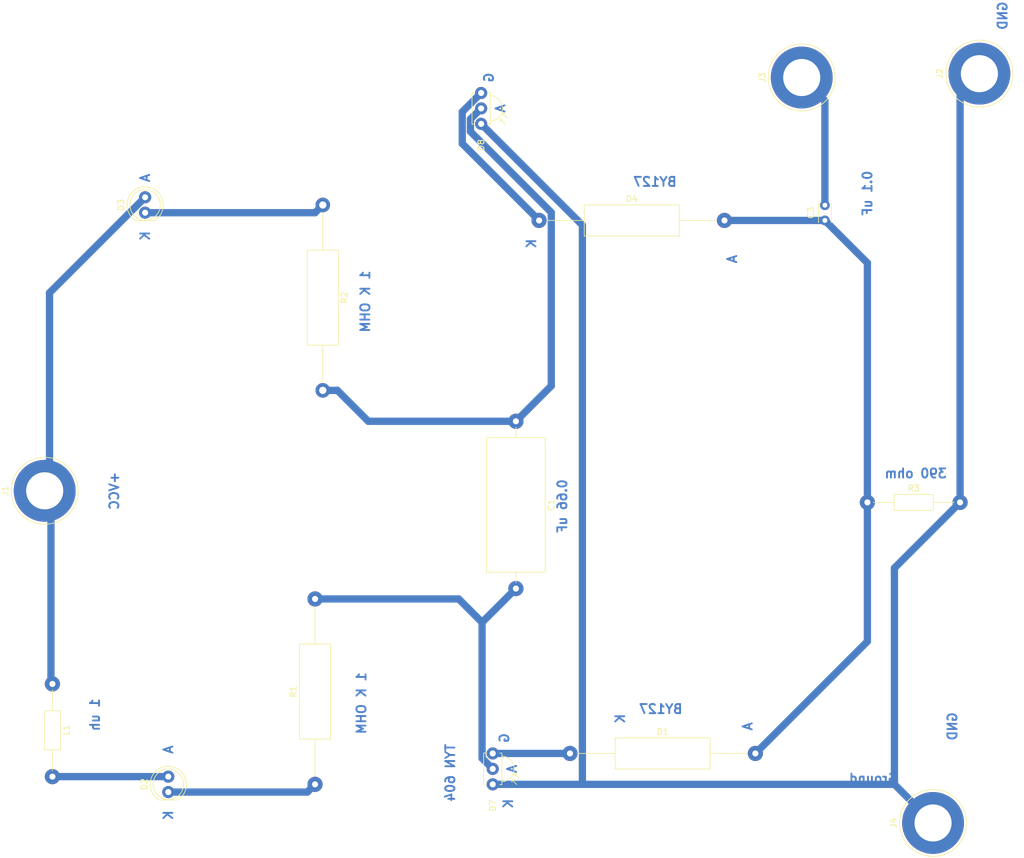
<source format=kicad_pcb>
(kicad_pcb (version 4) (host pcbnew 4.0.6)

  (general
    (links 19)
    (no_connects 0)
    (area 63.289999 21.15 198.330001 189.77)
    (thickness 1.6)
    (drawings 26)
    (tracks 46)
    (zones 0)
    (modules 16)
    (nets 12)
  )

  (page A4)
  (layers
    (0 F.Cu signal)
    (31 B.Cu signal)
    (32 B.Adhes user)
    (33 F.Adhes user)
    (34 B.Paste user)
    (35 F.Paste user)
    (36 B.SilkS user)
    (37 F.SilkS user)
    (38 B.Mask user)
    (39 F.Mask user)
    (40 Dwgs.User user)
    (41 Cmts.User user)
    (42 Eco1.User user)
    (43 Eco2.User user)
    (44 Edge.Cuts user)
    (45 Margin user)
    (46 B.CrtYd user)
    (47 F.CrtYd user)
    (48 B.Fab user)
    (49 F.Fab user)
  )

  (setup
    (last_trace_width 1.2)
    (trace_clearance 0.15)
    (zone_clearance 0.508)
    (zone_45_only no)
    (trace_min 0.2)
    (segment_width 0.2)
    (edge_width 0.15)
    (via_size 0.6)
    (via_drill 0.4)
    (via_min_size 0.4)
    (via_min_drill 0.3)
    (uvia_size 0.3)
    (uvia_drill 0.1)
    (uvias_allowed no)
    (uvia_min_size 0.2)
    (uvia_min_drill 0.1)
    (pcb_text_width 0.3)
    (pcb_text_size 1.5 1.5)
    (mod_edge_width 0.15)
    (mod_text_size 1 1)
    (mod_text_width 0.15)
    (pad_size 2 2)
    (pad_drill 1)
    (pad_to_mask_clearance 0.2)
    (aux_axis_origin 0 0)
    (visible_elements 7FFFFFFF)
    (pcbplotparams
      (layerselection 0x00030_80000001)
      (usegerberextensions false)
      (excludeedgelayer true)
      (linewidth 0.100000)
      (plotframeref false)
      (viasonmask false)
      (mode 1)
      (useauxorigin false)
      (hpglpennumber 1)
      (hpglpenspeed 20)
      (hpglpendiameter 15)
      (hpglpenoverlay 2)
      (psnegative false)
      (psa4output false)
      (plotreference true)
      (plotvalue true)
      (plotinvisibletext false)
      (padsonsilk false)
      (subtractmaskfromsilk false)
      (outputformat 1)
      (mirror false)
      (drillshape 1)
      (scaleselection 1)
      (outputdirectory ""))
  )

  (net 0 "")
  (net 1 "Net-(C1-Pad1)")
  (net 2 "Net-(C1-Pad2)")
  (net 3 "Net-(C3-Pad1)")
  (net 4 "Net-(C3-Pad2)")
  (net 5 "Net-(D1-Pad1)")
  (net 6 "Net-(D2-Pad1)")
  (net 7 "Net-(D2-Pad2)")
  (net 8 "Net-(D3-Pad1)")
  (net 9 VCC)
  (net 10 "Net-(D4-Pad1)")
  (net 11 GND)

  (net_class Default "This is the default net class."
    (clearance 0.15)
    (trace_width 1.2)
    (via_dia 0.6)
    (via_drill 0.4)
    (uvia_dia 0.3)
    (uvia_drill 0.1)
    (add_net GND)
    (add_net "Net-(C1-Pad1)")
    (add_net "Net-(C1-Pad2)")
    (add_net "Net-(C3-Pad1)")
    (add_net "Net-(C3-Pad2)")
    (add_net "Net-(D1-Pad1)")
    (add_net "Net-(D2-Pad1)")
    (add_net "Net-(D2-Pad2)")
    (add_net "Net-(D3-Pad1)")
    (add_net "Net-(D4-Pad1)")
    (add_net VCC)
  )

  (module LEDs:LED_D5.0mm (layer F.Cu) (tedit 59E1A304) (tstamp 59E19D13)
    (at 44.45 53.975 90)
    (descr "LED, diameter 5.0mm, 2 pins, http://cdn-reichelt.de/documents/datenblatt/A500/LL-504BC2E-009.pdf")
    (tags "LED diameter 5.0mm 2 pins")
    (path /5976EB4A)
    (fp_text reference D3 (at 1.27 -3.96 90) (layer F.SilkS)
      (effects (font (size 1 1) (thickness 0.15)))
    )
    (fp_text value LED (at 1.27 3.96 90) (layer F.Fab)
      (effects (font (size 1 1) (thickness 0.15)))
    )
    (fp_arc (start 1.27 0) (end -1.23 -1.469694) (angle 299.1) (layer F.Fab) (width 0.1))
    (fp_arc (start 1.27 0) (end -1.29 -1.54483) (angle 148.9) (layer F.SilkS) (width 0.12))
    (fp_arc (start 1.27 0) (end -1.29 1.54483) (angle -148.9) (layer F.SilkS) (width 0.12))
    (fp_circle (center 1.27 0) (end 3.77 0) (layer F.Fab) (width 0.1))
    (fp_circle (center 1.27 0) (end 3.77 0) (layer F.SilkS) (width 0.12))
    (fp_line (start -1.23 -1.469694) (end -1.23 1.469694) (layer F.Fab) (width 0.1))
    (fp_line (start -1.29 -1.545) (end -1.29 1.545) (layer F.SilkS) (width 0.12))
    (fp_line (start -1.95 -3.25) (end -1.95 3.25) (layer F.CrtYd) (width 0.05))
    (fp_line (start -1.95 3.25) (end 4.5 3.25) (layer F.CrtYd) (width 0.05))
    (fp_line (start 4.5 3.25) (end 4.5 -3.25) (layer F.CrtYd) (width 0.05))
    (fp_line (start 4.5 -3.25) (end -1.95 -3.25) (layer F.CrtYd) (width 0.05))
    (fp_text user %R (at 1.25 0 90) (layer F.Fab)
      (effects (font (size 0.8 0.8) (thickness 0.2)))
    )
    (pad 1 thru_hole circle (at 0 0 90) (size 2 2) (drill 1) (layers *.Cu *.Mask)
      (net 8 "Net-(D3-Pad1)"))
    (pad 2 thru_hole circle (at 2.54 0 90) (size 2 2) (drill 1) (layers *.Cu *.Mask)
      (net 9 VCC))
    (model ${KISYS3DMOD}/LEDs.3dshapes/LED_D5.0mm.wrl
      (at (xyz 0 0 0))
      (scale (xyz 0.393701 0.393701 0.393701))
      (rotate (xyz 0 0 0))
    )
  )

  (module Capacitors_THT:C_Axial_L22.0mm_D9.5mm_P27.50mm_Horizontal (layer F.Cu) (tedit 59E1A2D4) (tstamp 59E19CFB)
    (at 105.41 88.265 270)
    (descr "C, Axial series, Axial, Horizontal, pin pitch=27.5mm, , length*diameter=22*9.5mm^2, http://cdn-reichelt.de/documents/datenblatt/B300/STYROFLEX.pdf")
    (tags "C Axial series Axial Horizontal pin pitch 27.5mm  length 22mm diameter 9.5mm")
    (path /5976F0AA)
    (fp_text reference C1 (at 13.75 -5.81 270) (layer F.SilkS)
      (effects (font (size 1 1) (thickness 0.15)))
    )
    (fp_text value "0. 66 uF" (at 13.75 5.81 270) (layer F.Fab)
      (effects (font (size 1 1) (thickness 0.15)))
    )
    (fp_line (start 2.75 -4.75) (end 2.75 4.75) (layer F.Fab) (width 0.1))
    (fp_line (start 2.75 4.75) (end 24.75 4.75) (layer F.Fab) (width 0.1))
    (fp_line (start 24.75 4.75) (end 24.75 -4.75) (layer F.Fab) (width 0.1))
    (fp_line (start 24.75 -4.75) (end 2.75 -4.75) (layer F.Fab) (width 0.1))
    (fp_line (start 0 0) (end 2.75 0) (layer F.Fab) (width 0.1))
    (fp_line (start 27.5 0) (end 24.75 0) (layer F.Fab) (width 0.1))
    (fp_line (start 2.69 -4.81) (end 2.69 4.81) (layer F.SilkS) (width 0.12))
    (fp_line (start 2.69 4.81) (end 24.81 4.81) (layer F.SilkS) (width 0.12))
    (fp_line (start 24.81 4.81) (end 24.81 -4.81) (layer F.SilkS) (width 0.12))
    (fp_line (start 24.81 -4.81) (end 2.69 -4.81) (layer F.SilkS) (width 0.12))
    (fp_line (start 0.98 0) (end 2.69 0) (layer F.SilkS) (width 0.12))
    (fp_line (start 26.52 0) (end 24.81 0) (layer F.SilkS) (width 0.12))
    (fp_line (start -1.05 -5.1) (end -1.05 5.1) (layer F.CrtYd) (width 0.05))
    (fp_line (start -1.05 5.1) (end 28.55 5.1) (layer F.CrtYd) (width 0.05))
    (fp_line (start 28.55 5.1) (end 28.55 -5.1) (layer F.CrtYd) (width 0.05))
    (fp_line (start 28.55 -5.1) (end -1.05 -5.1) (layer F.CrtYd) (width 0.05))
    (fp_text user %R (at 13.75 0 270) (layer F.Fab)
      (effects (font (size 1 1) (thickness 0.15)))
    )
    (pad 1 thru_hole circle (at 0 0 270) (size 2.5 2.5) (drill 1) (layers *.Cu *.Mask)
      (net 1 "Net-(C1-Pad1)"))
    (pad 2 thru_hole circle (at 27.5 0 270) (size 2.5 2.5) (drill 1) (layers *.Cu *.Mask)
      (net 2 "Net-(C1-Pad2)"))
    (model ${KISYS3DMOD}/Capacitors_THT.3dshapes/C_Axial_L22.0mm_D9.5mm_P27.50mm_Horizontal.wrl
      (at (xyz 0 0 0))
      (scale (xyz 1 1 1))
      (rotate (xyz 0 0 0))
    )
  )

  (module Capacitors_THT:C_Disc_D3.0mm_W2.0mm_P2.50mm (layer F.Cu) (tedit 597BC7C2) (tstamp 59E19D01)
    (at 156.21 55.245 90)
    (descr "C, Disc series, Radial, pin pitch=2.50mm, , diameter*width=3*2mm^2, Capacitor")
    (tags "C Disc series Radial pin pitch 2.50mm  diameter 3mm width 2mm Capacitor")
    (path /5976F168)
    (fp_text reference C3 (at 1.25 -2.31 90) (layer F.SilkS)
      (effects (font (size 1 1) (thickness 0.15)))
    )
    (fp_text value "0.1 uF" (at 1.25 2.31 90) (layer F.Fab)
      (effects (font (size 1 1) (thickness 0.15)))
    )
    (fp_line (start -0.25 -1) (end -0.25 1) (layer F.Fab) (width 0.1))
    (fp_line (start -0.25 1) (end 2.75 1) (layer F.Fab) (width 0.1))
    (fp_line (start 2.75 1) (end 2.75 -1) (layer F.Fab) (width 0.1))
    (fp_line (start 2.75 -1) (end -0.25 -1) (layer F.Fab) (width 0.1))
    (fp_line (start -0.31 -1.06) (end 2.81 -1.06) (layer F.SilkS) (width 0.12))
    (fp_line (start -0.31 1.06) (end 2.81 1.06) (layer F.SilkS) (width 0.12))
    (fp_line (start -0.31 -1.06) (end -0.31 -0.996) (layer F.SilkS) (width 0.12))
    (fp_line (start -0.31 0.996) (end -0.31 1.06) (layer F.SilkS) (width 0.12))
    (fp_line (start 2.81 -1.06) (end 2.81 -0.996) (layer F.SilkS) (width 0.12))
    (fp_line (start 2.81 0.996) (end 2.81 1.06) (layer F.SilkS) (width 0.12))
    (fp_line (start -1.05 -1.35) (end -1.05 1.35) (layer F.CrtYd) (width 0.05))
    (fp_line (start -1.05 1.35) (end 3.55 1.35) (layer F.CrtYd) (width 0.05))
    (fp_line (start 3.55 1.35) (end 3.55 -1.35) (layer F.CrtYd) (width 0.05))
    (fp_line (start 3.55 -1.35) (end -1.05 -1.35) (layer F.CrtYd) (width 0.05))
    (fp_text user %R (at 1.25 0 90) (layer F.Fab)
      (effects (font (size 1 1) (thickness 0.15)))
    )
    (pad 1 thru_hole circle (at 0 0 90) (size 1.6 1.6) (drill 0.8) (layers *.Cu *.Mask)
      (net 3 "Net-(C3-Pad1)"))
    (pad 2 thru_hole circle (at 2.5 0 90) (size 1.6 1.6) (drill 0.8) (layers *.Cu *.Mask)
      (net 4 "Net-(C3-Pad2)"))
    (model ${KISYS3DMOD}/Capacitors_THT.3dshapes/C_Disc_D3.0mm_W2.0mm_P2.50mm.wrl
      (at (xyz 0 0 0))
      (scale (xyz 1 1 1))
      (rotate (xyz 0 0 0))
    )
  )

  (module Resistors_THT:R_Axial_DIN0516_L15.5mm_D5.0mm_P30.48mm_Horizontal (layer F.Cu) (tedit 59E1A2C6) (tstamp 59E19D07)
    (at 114.3 142.875)
    (descr "Resistor, Axial_DIN0516 series, Axial, Horizontal, pin pitch=30.48mm, 2W, length*diameter=15.5*5mm^2, http://cdn-reichelt.de/documents/datenblatt/B400/1_4W%23YAG.pdf")
    (tags "Resistor Axial_DIN0516 series Axial Horizontal pin pitch 30.48mm 2W length 15.5mm diameter 5mm")
    (path /5976EDCE)
    (fp_text reference D1 (at 15.24 -3.56) (layer F.SilkS)
      (effects (font (size 1 1) (thickness 0.15)))
    )
    (fp_text value BY127 (at 15.24 3.56) (layer F.Fab)
      (effects (font (size 1 1) (thickness 0.15)))
    )
    (fp_line (start 7.49 -2.5) (end 7.49 2.5) (layer F.Fab) (width 0.1))
    (fp_line (start 7.49 2.5) (end 22.99 2.5) (layer F.Fab) (width 0.1))
    (fp_line (start 22.99 2.5) (end 22.99 -2.5) (layer F.Fab) (width 0.1))
    (fp_line (start 22.99 -2.5) (end 7.49 -2.5) (layer F.Fab) (width 0.1))
    (fp_line (start 0 0) (end 7.49 0) (layer F.Fab) (width 0.1))
    (fp_line (start 30.48 0) (end 22.99 0) (layer F.Fab) (width 0.1))
    (fp_line (start 7.43 -2.56) (end 7.43 2.56) (layer F.SilkS) (width 0.12))
    (fp_line (start 7.43 2.56) (end 23.05 2.56) (layer F.SilkS) (width 0.12))
    (fp_line (start 23.05 2.56) (end 23.05 -2.56) (layer F.SilkS) (width 0.12))
    (fp_line (start 23.05 -2.56) (end 7.43 -2.56) (layer F.SilkS) (width 0.12))
    (fp_line (start 1.38 0) (end 7.43 0) (layer F.SilkS) (width 0.12))
    (fp_line (start 29.1 0) (end 23.05 0) (layer F.SilkS) (width 0.12))
    (fp_line (start -1.45 -2.85) (end -1.45 2.85) (layer F.CrtYd) (width 0.05))
    (fp_line (start -1.45 2.85) (end 31.95 2.85) (layer F.CrtYd) (width 0.05))
    (fp_line (start 31.95 2.85) (end 31.95 -2.85) (layer F.CrtYd) (width 0.05))
    (fp_line (start 31.95 -2.85) (end -1.45 -2.85) (layer F.CrtYd) (width 0.05))
    (pad 1 thru_hole circle (at 0 0) (size 2.5 2.5) (drill 1) (layers *.Cu *.Mask)
      (net 5 "Net-(D1-Pad1)"))
    (pad 2 thru_hole circle (at 30.48 0) (size 2.5 2.5) (drill 1) (layers *.Cu *.Mask)
      (net 3 "Net-(C3-Pad1)"))
    (model ${KISYS3DMOD}/Resistors_THT.3dshapes/R_Axial_DIN0516_L15.5mm_D5.0mm_P30.48mm_Horizontal.wrl
      (at (xyz 0 0 0))
      (scale (xyz 0.393701 0.393701 0.393701))
      (rotate (xyz 0 0 0))
    )
  )

  (module LEDs:LED_D5.0mm (layer F.Cu) (tedit 59E1A2F2) (tstamp 59E19D0D)
    (at 48.26 149.225 90)
    (descr "LED, diameter 5.0mm, 2 pins, http://cdn-reichelt.de/documents/datenblatt/A500/LL-504BC2E-009.pdf")
    (tags "LED diameter 5.0mm 2 pins")
    (path /5976E8FF)
    (fp_text reference D2 (at 1.27 -3.96 90) (layer F.SilkS)
      (effects (font (size 1 1) (thickness 0.15)))
    )
    (fp_text value LED (at 1.27 3.96 90) (layer F.Fab)
      (effects (font (size 1 1) (thickness 0.15)))
    )
    (fp_arc (start 1.27 0) (end -1.23 -1.469694) (angle 299.1) (layer F.Fab) (width 0.1))
    (fp_arc (start 1.27 0) (end -1.29 -1.54483) (angle 148.9) (layer F.SilkS) (width 0.12))
    (fp_arc (start 1.27 0) (end -1.29 1.54483) (angle -148.9) (layer F.SilkS) (width 0.12))
    (fp_circle (center 1.27 0) (end 3.77 0) (layer F.Fab) (width 0.1))
    (fp_circle (center 1.27 0) (end 3.77 0) (layer F.SilkS) (width 0.12))
    (fp_line (start -1.23 -1.469694) (end -1.23 1.469694) (layer F.Fab) (width 0.1))
    (fp_line (start -1.29 -1.545) (end -1.29 1.545) (layer F.SilkS) (width 0.12))
    (fp_line (start -1.95 -3.25) (end -1.95 3.25) (layer F.CrtYd) (width 0.05))
    (fp_line (start -1.95 3.25) (end 4.5 3.25) (layer F.CrtYd) (width 0.05))
    (fp_line (start 4.5 3.25) (end 4.5 -3.25) (layer F.CrtYd) (width 0.05))
    (fp_line (start 4.5 -3.25) (end -1.95 -3.25) (layer F.CrtYd) (width 0.05))
    (fp_text user %R (at 1.25 0 90) (layer F.Fab)
      (effects (font (size 0.8 0.8) (thickness 0.2)))
    )
    (pad 1 thru_hole circle (at 0 0 90) (size 2 2) (drill 1) (layers *.Cu *.Mask)
      (net 6 "Net-(D2-Pad1)"))
    (pad 2 thru_hole circle (at 2.54 0 90) (size 2 2) (drill 1) (layers *.Cu *.Mask)
      (net 7 "Net-(D2-Pad2)"))
    (model ${KISYS3DMOD}/LEDs.3dshapes/LED_D5.0mm.wrl
      (at (xyz 0 0 0))
      (scale (xyz 0.393701 0.393701 0.393701))
      (rotate (xyz 0 0 0))
    )
  )

  (module Resistors_THT:R_Axial_DIN0516_L15.5mm_D5.0mm_P30.48mm_Horizontal (layer F.Cu) (tedit 59E1A29F) (tstamp 59E19D19)
    (at 109.22 55.245)
    (descr "Resistor, Axial_DIN0516 series, Axial, Horizontal, pin pitch=30.48mm, 2W, length*diameter=15.5*5mm^2, http://cdn-reichelt.de/documents/datenblatt/B400/1_4W%23YAG.pdf")
    (tags "Resistor Axial_DIN0516 series Axial Horizontal pin pitch 30.48mm 2W length 15.5mm diameter 5mm")
    (path /5976F04D)
    (fp_text reference D4 (at 15.24 -3.56) (layer F.SilkS)
      (effects (font (size 1 1) (thickness 0.15)))
    )
    (fp_text value BY127 (at 15.24 3.56) (layer F.Fab)
      (effects (font (size 1 1) (thickness 0.15)))
    )
    (fp_line (start 7.49 -2.5) (end 7.49 2.5) (layer F.Fab) (width 0.1))
    (fp_line (start 7.49 2.5) (end 22.99 2.5) (layer F.Fab) (width 0.1))
    (fp_line (start 22.99 2.5) (end 22.99 -2.5) (layer F.Fab) (width 0.1))
    (fp_line (start 22.99 -2.5) (end 7.49 -2.5) (layer F.Fab) (width 0.1))
    (fp_line (start 0 0) (end 7.49 0) (layer F.Fab) (width 0.1))
    (fp_line (start 30.48 0) (end 22.99 0) (layer F.Fab) (width 0.1))
    (fp_line (start 7.43 -2.56) (end 7.43 2.56) (layer F.SilkS) (width 0.12))
    (fp_line (start 7.43 2.56) (end 23.05 2.56) (layer F.SilkS) (width 0.12))
    (fp_line (start 23.05 2.56) (end 23.05 -2.56) (layer F.SilkS) (width 0.12))
    (fp_line (start 23.05 -2.56) (end 7.43 -2.56) (layer F.SilkS) (width 0.12))
    (fp_line (start 1.38 0) (end 7.43 0) (layer F.SilkS) (width 0.12))
    (fp_line (start 29.1 0) (end 23.05 0) (layer F.SilkS) (width 0.12))
    (fp_line (start -1.45 -2.85) (end -1.45 2.85) (layer F.CrtYd) (width 0.05))
    (fp_line (start -1.45 2.85) (end 31.95 2.85) (layer F.CrtYd) (width 0.05))
    (fp_line (start 31.95 2.85) (end 31.95 -2.85) (layer F.CrtYd) (width 0.05))
    (fp_line (start 31.95 -2.85) (end -1.45 -2.85) (layer F.CrtYd) (width 0.05))
    (pad 1 thru_hole circle (at 0 0) (size 2.5 2.5) (drill 1) (layers *.Cu *.Mask)
      (net 10 "Net-(D4-Pad1)"))
    (pad 2 thru_hole circle (at 30.48 0) (size 2.5 2.5) (drill 1) (layers *.Cu *.Mask)
      (net 3 "Net-(C3-Pad1)"))
    (model ${KISYS3DMOD}/Resistors_THT.3dshapes/R_Axial_DIN0516_L15.5mm_D5.0mm_P30.48mm_Horizontal.wrl
      (at (xyz 0 0 0))
      (scale (xyz 0.393701 0.393701 0.393701))
      (rotate (xyz 0 0 0))
    )
  )

  (module Connectors:Banana_Jack_1Pin (layer F.Cu) (tedit 59774291) (tstamp 59E19D2C)
    (at 27.94 99.695 90)
    (descr "Single banana socket, footprint - 6mm drill")
    (tags "banana socket")
    (path /59E1CBC9)
    (fp_text reference J1 (at 0 -6.5 90) (layer F.SilkS)
      (effects (font (size 1 1) (thickness 0.15)))
    )
    (fp_text value CONN_01X01 (at -0.25 6.5 90) (layer F.Fab)
      (effects (font (size 1 1) (thickness 0.15)))
    )
    (fp_text user %R (at 0 0 90) (layer F.Fab)
      (effects (font (size 0.8 0.8) (thickness 0.12)))
    )
    (fp_circle (center 0 0) (end 5.75 0) (layer F.CrtYd) (width 0.05))
    (fp_circle (center 0 0) (end 2 0) (layer F.Fab) (width 0.1))
    (fp_circle (center 0 0) (end 4.85 0.05) (layer F.Fab) (width 0.1))
    (fp_circle (center 0 0) (end 5.5 0) (layer F.SilkS) (width 0.12))
    (pad 1 thru_hole circle (at 0 0 90) (size 10.16 10.16) (drill 6.1) (layers *.Cu *.Mask)
      (net 9 VCC))
    (model ${KISYS3DMOD}/Connectors.3dshapes/Banana_Jack_1Pin.wrl
      (at (xyz 0 0 0))
      (scale (xyz 2 2 2))
      (rotate (xyz 0 0 0))
    )
  )

  (module Connectors:Banana_Jack_1Pin (layer F.Cu) (tedit 59774291) (tstamp 59E19D31)
    (at 181.61 31.115 90)
    (descr "Single banana socket, footprint - 6mm drill")
    (tags "banana socket")
    (path /59E1D0FB)
    (fp_text reference J2 (at 0 -6.5 90) (layer F.SilkS)
      (effects (font (size 1 1) (thickness 0.15)))
    )
    (fp_text value CONN_01X01 (at -0.25 6.5 90) (layer F.Fab)
      (effects (font (size 1 1) (thickness 0.15)))
    )
    (fp_text user %R (at 0 0 90) (layer F.Fab)
      (effects (font (size 0.8 0.8) (thickness 0.12)))
    )
    (fp_circle (center 0 0) (end 5.75 0) (layer F.CrtYd) (width 0.05))
    (fp_circle (center 0 0) (end 2 0) (layer F.Fab) (width 0.1))
    (fp_circle (center 0 0) (end 4.85 0.05) (layer F.Fab) (width 0.1))
    (fp_circle (center 0 0) (end 5.5 0) (layer F.SilkS) (width 0.12))
    (pad 1 thru_hole circle (at 0 0 90) (size 10.16 10.16) (drill 6.1) (layers *.Cu *.Mask)
      (net 11 GND))
    (model ${KISYS3DMOD}/Connectors.3dshapes/Banana_Jack_1Pin.wrl
      (at (xyz 0 0 0))
      (scale (xyz 2 2 2))
      (rotate (xyz 0 0 0))
    )
  )

  (module Connectors:Banana_Jack_1Pin (layer F.Cu) (tedit 59774291) (tstamp 59E19D36)
    (at 152.4 31.75 90)
    (descr "Single banana socket, footprint - 6mm drill")
    (tags "banana socket")
    (path /59E1C28B)
    (fp_text reference J3 (at 0 -6.5 90) (layer F.SilkS)
      (effects (font (size 1 1) (thickness 0.15)))
    )
    (fp_text value CONN_01X01 (at -0.25 6.5 90) (layer F.Fab)
      (effects (font (size 1 1) (thickness 0.15)))
    )
    (fp_text user %R (at 0 0 90) (layer F.Fab)
      (effects (font (size 0.8 0.8) (thickness 0.12)))
    )
    (fp_circle (center 0 0) (end 5.75 0) (layer F.CrtYd) (width 0.05))
    (fp_circle (center 0 0) (end 2 0) (layer F.Fab) (width 0.1))
    (fp_circle (center 0 0) (end 4.85 0.05) (layer F.Fab) (width 0.1))
    (fp_circle (center 0 0) (end 5.5 0) (layer F.SilkS) (width 0.12))
    (pad 1 thru_hole circle (at 0 0 90) (size 10.16 10.16) (drill 6.1) (layers *.Cu *.Mask)
      (net 4 "Net-(C3-Pad2)"))
    (model ${KISYS3DMOD}/Connectors.3dshapes/Banana_Jack_1Pin.wrl
      (at (xyz 0 0 0))
      (scale (xyz 2 2 2))
      (rotate (xyz 0 0 0))
    )
  )

  (module Connectors:Banana_Jack_1Pin (layer F.Cu) (tedit 59774291) (tstamp 59E19D3B)
    (at 173.99 154.305 90)
    (descr "Single banana socket, footprint - 6mm drill")
    (tags "banana socket")
    (path /59E1C320)
    (fp_text reference J4 (at 0 -6.5 90) (layer F.SilkS)
      (effects (font (size 1 1) (thickness 0.15)))
    )
    (fp_text value CONN_01X01 (at -0.25 6.5 90) (layer F.Fab)
      (effects (font (size 1 1) (thickness 0.15)))
    )
    (fp_text user %R (at 0 0 90) (layer F.Fab)
      (effects (font (size 0.8 0.8) (thickness 0.12)))
    )
    (fp_circle (center 0 0) (end 5.75 0) (layer F.CrtYd) (width 0.05))
    (fp_circle (center 0 0) (end 2 0) (layer F.Fab) (width 0.1))
    (fp_circle (center 0 0) (end 4.85 0.05) (layer F.Fab) (width 0.1))
    (fp_circle (center 0 0) (end 5.5 0) (layer F.SilkS) (width 0.12))
    (pad 1 thru_hole circle (at 0 0 90) (size 10.16 10.16) (drill 6.1) (layers *.Cu *.Mask)
      (net 11 GND))
    (model ${KISYS3DMOD}/Connectors.3dshapes/Banana_Jack_1Pin.wrl
      (at (xyz 0 0 0))
      (scale (xyz 2 2 2))
      (rotate (xyz 0 0 0))
    )
  )

  (module Resistors_THT:R_Axial_DIN0207_L6.3mm_D2.5mm_P15.24mm_Horizontal (layer F.Cu) (tedit 59E1A24E) (tstamp 59E19D41)
    (at 29.21 131.445 270)
    (descr "Resistor, Axial_DIN0207 series, Axial, Horizontal, pin pitch=15.24mm, 0.25W = 1/4W, length*diameter=6.3*2.5mm^2, http://cdn-reichelt.de/documents/datenblatt/B400/1_4W%23YAG.pdf")
    (tags "Resistor Axial_DIN0207 series Axial Horizontal pin pitch 15.24mm 0.25W = 1/4W length 6.3mm diameter 2.5mm")
    (path /59E1A24A)
    (fp_text reference L1 (at 7.62 -2.31 270) (layer F.SilkS)
      (effects (font (size 1 1) (thickness 0.15)))
    )
    (fp_text value "1 uH" (at 7.62 2.31 270) (layer F.Fab)
      (effects (font (size 1 1) (thickness 0.15)))
    )
    (fp_line (start 4.47 -1.25) (end 4.47 1.25) (layer F.Fab) (width 0.1))
    (fp_line (start 4.47 1.25) (end 10.77 1.25) (layer F.Fab) (width 0.1))
    (fp_line (start 10.77 1.25) (end 10.77 -1.25) (layer F.Fab) (width 0.1))
    (fp_line (start 10.77 -1.25) (end 4.47 -1.25) (layer F.Fab) (width 0.1))
    (fp_line (start 0 0) (end 4.47 0) (layer F.Fab) (width 0.1))
    (fp_line (start 15.24 0) (end 10.77 0) (layer F.Fab) (width 0.1))
    (fp_line (start 4.41 -1.31) (end 4.41 1.31) (layer F.SilkS) (width 0.12))
    (fp_line (start 4.41 1.31) (end 10.83 1.31) (layer F.SilkS) (width 0.12))
    (fp_line (start 10.83 1.31) (end 10.83 -1.31) (layer F.SilkS) (width 0.12))
    (fp_line (start 10.83 -1.31) (end 4.41 -1.31) (layer F.SilkS) (width 0.12))
    (fp_line (start 0.98 0) (end 4.41 0) (layer F.SilkS) (width 0.12))
    (fp_line (start 14.26 0) (end 10.83 0) (layer F.SilkS) (width 0.12))
    (fp_line (start -1.05 -1.6) (end -1.05 1.6) (layer F.CrtYd) (width 0.05))
    (fp_line (start -1.05 1.6) (end 16.3 1.6) (layer F.CrtYd) (width 0.05))
    (fp_line (start 16.3 1.6) (end 16.3 -1.6) (layer F.CrtYd) (width 0.05))
    (fp_line (start 16.3 -1.6) (end -1.05 -1.6) (layer F.CrtYd) (width 0.05))
    (pad 1 thru_hole circle (at 0 0 270) (size 2.5 2.5) (drill 1) (layers *.Cu *.Mask)
      (net 9 VCC))
    (pad 2 thru_hole circle (at 15.24 0 270) (size 2.5 2.5) (drill 1) (layers *.Cu *.Mask)
      (net 7 "Net-(D2-Pad2)"))
    (model ${KISYS3DMOD}/Resistors_THT.3dshapes/R_Axial_DIN0207_L6.3mm_D2.5mm_P15.24mm_Horizontal.wrl
      (at (xyz 0 0 0))
      (scale (xyz 0.393701 0.393701 0.393701))
      (rotate (xyz 0 0 0))
    )
  )

  (module Resistors_THT:R_Axial_DIN0516_L15.5mm_D5.0mm_P30.48mm_Horizontal (layer F.Cu) (tedit 59E1A2DA) (tstamp 59E19D47)
    (at 72.39 147.955 90)
    (descr "Resistor, Axial_DIN0516 series, Axial, Horizontal, pin pitch=30.48mm, 2W, length*diameter=15.5*5mm^2, http://cdn-reichelt.de/documents/datenblatt/B400/1_4W%23YAG.pdf")
    (tags "Resistor Axial_DIN0516 series Axial Horizontal pin pitch 30.48mm 2W length 15.5mm diameter 5mm")
    (path /5976F24C)
    (fp_text reference R1 (at 15.24 -3.56 90) (layer F.SilkS)
      (effects (font (size 1 1) (thickness 0.15)))
    )
    (fp_text value 1k (at 15.24 3.56 90) (layer F.Fab)
      (effects (font (size 1 1) (thickness 0.15)))
    )
    (fp_line (start 7.49 -2.5) (end 7.49 2.5) (layer F.Fab) (width 0.1))
    (fp_line (start 7.49 2.5) (end 22.99 2.5) (layer F.Fab) (width 0.1))
    (fp_line (start 22.99 2.5) (end 22.99 -2.5) (layer F.Fab) (width 0.1))
    (fp_line (start 22.99 -2.5) (end 7.49 -2.5) (layer F.Fab) (width 0.1))
    (fp_line (start 0 0) (end 7.49 0) (layer F.Fab) (width 0.1))
    (fp_line (start 30.48 0) (end 22.99 0) (layer F.Fab) (width 0.1))
    (fp_line (start 7.43 -2.56) (end 7.43 2.56) (layer F.SilkS) (width 0.12))
    (fp_line (start 7.43 2.56) (end 23.05 2.56) (layer F.SilkS) (width 0.12))
    (fp_line (start 23.05 2.56) (end 23.05 -2.56) (layer F.SilkS) (width 0.12))
    (fp_line (start 23.05 -2.56) (end 7.43 -2.56) (layer F.SilkS) (width 0.12))
    (fp_line (start 1.38 0) (end 7.43 0) (layer F.SilkS) (width 0.12))
    (fp_line (start 29.1 0) (end 23.05 0) (layer F.SilkS) (width 0.12))
    (fp_line (start -1.45 -2.85) (end -1.45 2.85) (layer F.CrtYd) (width 0.05))
    (fp_line (start -1.45 2.85) (end 31.95 2.85) (layer F.CrtYd) (width 0.05))
    (fp_line (start 31.95 2.85) (end 31.95 -2.85) (layer F.CrtYd) (width 0.05))
    (fp_line (start 31.95 -2.85) (end -1.45 -2.85) (layer F.CrtYd) (width 0.05))
    (pad 1 thru_hole circle (at 0 0 90) (size 2.5 2.5) (drill 1) (layers *.Cu *.Mask)
      (net 6 "Net-(D2-Pad1)"))
    (pad 2 thru_hole circle (at 30.48 0 90) (size 2.5 2.5) (drill 1) (layers *.Cu *.Mask)
      (net 2 "Net-(C1-Pad2)"))
    (model ${KISYS3DMOD}/Resistors_THT.3dshapes/R_Axial_DIN0516_L15.5mm_D5.0mm_P30.48mm_Horizontal.wrl
      (at (xyz 0 0 0))
      (scale (xyz 0.393701 0.393701 0.393701))
      (rotate (xyz 0 0 0))
    )
  )

  (module Resistors_THT:R_Axial_DIN0516_L15.5mm_D5.0mm_P30.48mm_Horizontal (layer F.Cu) (tedit 5874F706) (tstamp 59E19D4D)
    (at 73.66 52.705 270)
    (descr "Resistor, Axial_DIN0516 series, Axial, Horizontal, pin pitch=30.48mm, 2W, length*diameter=15.5*5mm^2, http://cdn-reichelt.de/documents/datenblatt/B400/1_4W%23YAG.pdf")
    (tags "Resistor Axial_DIN0516 series Axial Horizontal pin pitch 30.48mm 2W length 15.5mm diameter 5mm")
    (path /5976F3C9)
    (fp_text reference R2 (at 15.24 -3.56 270) (layer F.SilkS)
      (effects (font (size 1 1) (thickness 0.15)))
    )
    (fp_text value 1k (at 15.24 3.56 270) (layer F.Fab)
      (effects (font (size 1 1) (thickness 0.15)))
    )
    (fp_line (start 7.49 -2.5) (end 7.49 2.5) (layer F.Fab) (width 0.1))
    (fp_line (start 7.49 2.5) (end 22.99 2.5) (layer F.Fab) (width 0.1))
    (fp_line (start 22.99 2.5) (end 22.99 -2.5) (layer F.Fab) (width 0.1))
    (fp_line (start 22.99 -2.5) (end 7.49 -2.5) (layer F.Fab) (width 0.1))
    (fp_line (start 0 0) (end 7.49 0) (layer F.Fab) (width 0.1))
    (fp_line (start 30.48 0) (end 22.99 0) (layer F.Fab) (width 0.1))
    (fp_line (start 7.43 -2.56) (end 7.43 2.56) (layer F.SilkS) (width 0.12))
    (fp_line (start 7.43 2.56) (end 23.05 2.56) (layer F.SilkS) (width 0.12))
    (fp_line (start 23.05 2.56) (end 23.05 -2.56) (layer F.SilkS) (width 0.12))
    (fp_line (start 23.05 -2.56) (end 7.43 -2.56) (layer F.SilkS) (width 0.12))
    (fp_line (start 1.38 0) (end 7.43 0) (layer F.SilkS) (width 0.12))
    (fp_line (start 29.1 0) (end 23.05 0) (layer F.SilkS) (width 0.12))
    (fp_line (start -1.45 -2.85) (end -1.45 2.85) (layer F.CrtYd) (width 0.05))
    (fp_line (start -1.45 2.85) (end 31.95 2.85) (layer F.CrtYd) (width 0.05))
    (fp_line (start 31.95 2.85) (end 31.95 -2.85) (layer F.CrtYd) (width 0.05))
    (fp_line (start 31.95 -2.85) (end -1.45 -2.85) (layer F.CrtYd) (width 0.05))
    (pad 1 thru_hole circle (at 0 0 270) (size 2.4 2.4) (drill 1.2) (layers *.Cu *.Mask)
      (net 8 "Net-(D3-Pad1)"))
    (pad 2 thru_hole oval (at 30.48 0 270) (size 2.4 2.4) (drill 1.2) (layers *.Cu *.Mask)
      (net 1 "Net-(C1-Pad1)"))
    (model ${KISYS3DMOD}/Resistors_THT.3dshapes/R_Axial_DIN0516_L15.5mm_D5.0mm_P30.48mm_Horizontal.wrl
      (at (xyz 0 0 0))
      (scale (xyz 0.393701 0.393701 0.393701))
      (rotate (xyz 0 0 0))
    )
  )

  (module Resistors_THT:R_Axial_DIN0207_L6.3mm_D2.5mm_P15.24mm_Horizontal (layer F.Cu) (tedit 59E1A2BA) (tstamp 59E19D53)
    (at 163.195 101.6)
    (descr "Resistor, Axial_DIN0207 series, Axial, Horizontal, pin pitch=15.24mm, 0.25W = 1/4W, length*diameter=6.3*2.5mm^2, http://cdn-reichelt.de/documents/datenblatt/B400/1_4W%23YAG.pdf")
    (tags "Resistor Axial_DIN0207 series Axial Horizontal pin pitch 15.24mm 0.25W = 1/4W length 6.3mm diameter 2.5mm")
    (path /5976F3F6)
    (fp_text reference R3 (at 7.62 -2.31) (layer F.SilkS)
      (effects (font (size 1 1) (thickness 0.15)))
    )
    (fp_text value 390 (at 7.62 2.31) (layer F.Fab)
      (effects (font (size 1 1) (thickness 0.15)))
    )
    (fp_line (start 4.47 -1.25) (end 4.47 1.25) (layer F.Fab) (width 0.1))
    (fp_line (start 4.47 1.25) (end 10.77 1.25) (layer F.Fab) (width 0.1))
    (fp_line (start 10.77 1.25) (end 10.77 -1.25) (layer F.Fab) (width 0.1))
    (fp_line (start 10.77 -1.25) (end 4.47 -1.25) (layer F.Fab) (width 0.1))
    (fp_line (start 0 0) (end 4.47 0) (layer F.Fab) (width 0.1))
    (fp_line (start 15.24 0) (end 10.77 0) (layer F.Fab) (width 0.1))
    (fp_line (start 4.41 -1.31) (end 4.41 1.31) (layer F.SilkS) (width 0.12))
    (fp_line (start 4.41 1.31) (end 10.83 1.31) (layer F.SilkS) (width 0.12))
    (fp_line (start 10.83 1.31) (end 10.83 -1.31) (layer F.SilkS) (width 0.12))
    (fp_line (start 10.83 -1.31) (end 4.41 -1.31) (layer F.SilkS) (width 0.12))
    (fp_line (start 0.98 0) (end 4.41 0) (layer F.SilkS) (width 0.12))
    (fp_line (start 14.26 0) (end 10.83 0) (layer F.SilkS) (width 0.12))
    (fp_line (start -1.05 -1.6) (end -1.05 1.6) (layer F.CrtYd) (width 0.05))
    (fp_line (start -1.05 1.6) (end 16.3 1.6) (layer F.CrtYd) (width 0.05))
    (fp_line (start 16.3 1.6) (end 16.3 -1.6) (layer F.CrtYd) (width 0.05))
    (fp_line (start 16.3 -1.6) (end -1.05 -1.6) (layer F.CrtYd) (width 0.05))
    (pad 1 thru_hole circle (at 0 0) (size 2.5 2.5) (drill 1) (layers *.Cu *.Mask)
      (net 3 "Net-(C3-Pad1)"))
    (pad 2 thru_hole circle (at 15.24 0) (size 2.5 2.5) (drill 1) (layers *.Cu *.Mask)
      (net 11 GND))
    (model ${KISYS3DMOD}/Resistors_THT.3dshapes/R_Axial_DIN0207_L6.3mm_D2.5mm_P15.24mm_Horizontal.wrl
      (at (xyz 0 0 0))
      (scale (xyz 0.393701 0.393701 0.393701))
      (rotate (xyz 0 0 0))
    )
  )

  (module Opto-Devices:IRReceiver_Vishay_MINICAST-3pin (layer F.Cu) (tedit 59E1BE1F) (tstamp 59E1BD71)
    (at 101.6 147.955 90)
    (descr "IR Receiver Vishay TSOP-xxxx, MINICAST package")
    (tags "IR Receiver Vishay TSOP-xxxx MINICAST")
    (path /59E1BB8A)
    (fp_text reference D7 (at -3.5 0 270) (layer F.SilkS)
      (effects (font (size 1 1) (thickness 0.15)))
    )
    (fp_text value Q_Thyristor_KAG (at 2.55 -2.4 270) (layer F.Fab)
      (effects (font (size 1 1) (thickness 0.15)))
    )
    (fp_text user %R (at 2.54 0 90) (layer F.Fab)
      (effects (font (size 1 1) (thickness 0.15)))
    )
    (fp_line (start 5.14 -1.16) (end 5.14 -1.5) (layer F.SilkS) (width 0.12))
    (fp_line (start 5.14 -1.5) (end -0.06 -1.5) (layer F.SilkS) (width 0.12))
    (fp_line (start -0.06 -1.5) (end -0.06 -1.16) (layer F.SilkS) (width 0.12))
    (fp_line (start 5.14 1.16) (end 5.14 1.5) (layer F.SilkS) (width 0.12))
    (fp_line (start 5.14 1.5) (end -0.06 1.5) (layer F.SilkS) (width 0.12))
    (fp_line (start -0.06 1.5) (end -0.06 1.16) (layer F.SilkS) (width 0.12))
    (fp_line (start 0.04 -1.4) (end 5.04 -1.4) (layer F.Fab) (width 0.1))
    (fp_line (start 5.04 -1.4) (end 5.04 1.4) (layer F.Fab) (width 0.1))
    (fp_line (start 5.04 1.4) (end 0.04 1.4) (layer F.Fab) (width 0.1))
    (fp_line (start 0.04 1.4) (end 0.04 -1.4) (layer F.Fab) (width 0.1))
    (fp_line (start 0.77 3.15) (end 0.37 3.15) (layer F.SilkS) (width 0.12))
    (fp_line (start 0.77 3.15) (end 0.77 3.55) (layer F.SilkS) (width 0.12))
    (fp_line (start 0.77 3.15) (end -0.03 3.95) (layer F.SilkS) (width 0.12))
    (fp_line (start 1.77 3.55) (end 0.97 4.35) (layer F.SilkS) (width 0.12))
    (fp_line (start 1.77 3.55) (end 1.77 3.95) (layer F.SilkS) (width 0.12))
    (fp_line (start 1.77 3.55) (end 1.37 3.55) (layer F.SilkS) (width 0.12))
    (fp_line (start -1.15 -1.65) (end 6.23 -1.65) (layer F.CrtYd) (width 0.05))
    (fp_line (start -1.15 -1.65) (end -1.15 3.7) (layer F.CrtYd) (width 0.05))
    (fp_line (start 6.23 3.7) (end 6.23 -1.65) (layer F.CrtYd) (width 0.05))
    (fp_line (start 6.23 3.7) (end -1.15 3.7) (layer F.CrtYd) (width 0.05))
    (fp_arc (start 2.54 1.4) (end 4.64 1.5) (angle 174.5) (layer F.SilkS) (width 0.12))
    (fp_arc (start 2.54 1.4) (end 4.54 1.4) (angle 180) (layer F.Fab) (width 0.1))
    (pad 1 thru_hole circle (at 0 0 90) (size 2 2) (drill 1) (layers *.Cu *.Mask)
      (net 11 GND))
    (pad 2 thru_hole circle (at 2.54 0 90) (size 2 2) (drill 1) (layers *.Cu *.Mask)
      (net 2 "Net-(C1-Pad2)"))
    (pad 3 thru_hole circle (at 5.08 0 90) (size 2 2) (drill 1) (layers *.Cu *.Mask)
      (net 5 "Net-(D1-Pad1)"))
    (model ${KISYS3DMOD}/Opto-Devices.3dshapes/IRReceiver_Vishay_MINICAST-3pin.wrl
      (at (xyz 0 0 0))
      (scale (xyz 1 1 1))
      (rotate (xyz 0 0 0))
    )
  )

  (module Opto-Devices:IRReceiver_Vishay_MINICAST-3pin (layer F.Cu) (tedit 59E1BE09) (tstamp 59E1BD78)
    (at 99.695 39.37 90)
    (descr "IR Receiver Vishay TSOP-xxxx, MINICAST package")
    (tags "IR Receiver Vishay TSOP-xxxx MINICAST")
    (path /59E1BEC7)
    (fp_text reference D8 (at -3.5 0 270) (layer F.SilkS)
      (effects (font (size 1 1) (thickness 0.15)))
    )
    (fp_text value Q_Thyristor_KAG (at 2.55 -2.4 270) (layer F.Fab)
      (effects (font (size 1 1) (thickness 0.15)))
    )
    (fp_text user %R (at 2.54 0 90) (layer F.Fab)
      (effects (font (size 1 1) (thickness 0.15)))
    )
    (fp_line (start 5.14 -1.16) (end 5.14 -1.5) (layer F.SilkS) (width 0.12))
    (fp_line (start 5.14 -1.5) (end -0.06 -1.5) (layer F.SilkS) (width 0.12))
    (fp_line (start -0.06 -1.5) (end -0.06 -1.16) (layer F.SilkS) (width 0.12))
    (fp_line (start 5.14 1.16) (end 5.14 1.5) (layer F.SilkS) (width 0.12))
    (fp_line (start 5.14 1.5) (end -0.06 1.5) (layer F.SilkS) (width 0.12))
    (fp_line (start -0.06 1.5) (end -0.06 1.16) (layer F.SilkS) (width 0.12))
    (fp_line (start 0.04 -1.4) (end 5.04 -1.4) (layer F.Fab) (width 0.1))
    (fp_line (start 5.04 -1.4) (end 5.04 1.4) (layer F.Fab) (width 0.1))
    (fp_line (start 5.04 1.4) (end 0.04 1.4) (layer F.Fab) (width 0.1))
    (fp_line (start 0.04 1.4) (end 0.04 -1.4) (layer F.Fab) (width 0.1))
    (fp_line (start 0.77 3.15) (end 0.37 3.15) (layer F.SilkS) (width 0.12))
    (fp_line (start 0.77 3.15) (end 0.77 3.55) (layer F.SilkS) (width 0.12))
    (fp_line (start 0.77 3.15) (end -0.03 3.95) (layer F.SilkS) (width 0.12))
    (fp_line (start 1.77 3.55) (end 0.97 4.35) (layer F.SilkS) (width 0.12))
    (fp_line (start 1.77 3.55) (end 1.77 3.95) (layer F.SilkS) (width 0.12))
    (fp_line (start 1.77 3.55) (end 1.37 3.55) (layer F.SilkS) (width 0.12))
    (fp_line (start -1.15 -1.65) (end 6.23 -1.65) (layer F.CrtYd) (width 0.05))
    (fp_line (start -1.15 -1.65) (end -1.15 3.7) (layer F.CrtYd) (width 0.05))
    (fp_line (start 6.23 3.7) (end 6.23 -1.65) (layer F.CrtYd) (width 0.05))
    (fp_line (start 6.23 3.7) (end -1.15 3.7) (layer F.CrtYd) (width 0.05))
    (fp_arc (start 2.54 1.4) (end 4.64 1.5) (angle 174.5) (layer F.SilkS) (width 0.12))
    (fp_arc (start 2.54 1.4) (end 4.54 1.4) (angle 180) (layer F.Fab) (width 0.1))
    (pad 1 thru_hole circle (at 0 0 90) (size 2 2) (drill 1) (layers *.Cu *.Mask)
      (net 11 GND))
    (pad 2 thru_hole circle (at 2.54 0 90) (size 2 2) (drill 1) (layers *.Cu *.Mask)
      (net 1 "Net-(C1-Pad1)"))
    (pad 3 thru_hole circle (at 5.08 0 90) (size 2 2) (drill 1) (layers *.Cu *.Mask)
      (net 10 "Net-(D4-Pad1)"))
    (model ${KISYS3DMOD}/Opto-Devices.3dshapes/IRReceiver_Vishay_MINICAST-3pin.wrl
      (at (xyz 0 0 0))
      (scale (xyz 1 1 1))
      (rotate (xyz 0 0 0))
    )
  )

  (gr_text "0.1 uF" (at 163.195 50.8 90) (layer B.Cu)
    (effects (font (size 1.5 1.5) (thickness 0.3)) (justify mirror))
  )
  (gr_text GND (at 185.42 21.59 90) (layer B.Cu)
    (effects (font (size 1.5 1.5) (thickness 0.3)) (justify mirror))
  )
  (gr_text GND (at 177.165 138.43 90) (layer B.Cu)
    (effects (font (size 1.5 1.5) (thickness 0.3)) (justify mirror))
  )
  (gr_text A (at 140.97 61.595 90) (layer B.Cu)
    (effects (font (size 1.5 1.5) (thickness 0.3)) (justify mirror))
  )
  (gr_text BY127 (at 128.27 48.895 360) (layer B.Cu)
    (effects (font (size 1.5 1.5) (thickness 0.3)) (justify mirror))
  )
  (gr_text "1 K OHM" (at 80.645 68.58 90) (layer B.Cu)
    (effects (font (size 1.5 1.5) (thickness 0.3)) (justify mirror))
  )
  (gr_text "1 K OHM" (at 80.01 134.62 90) (layer B.Cu)
    (effects (font (size 1.5 1.5) (thickness 0.3)) (justify mirror))
  )
  (gr_text K (at 48.26 153.035 90) (layer B.Cu)
    (effects (font (size 1.5 1.5) (thickness 0.3)) (justify mirror))
  )
  (gr_text A (at 48.26 142.24 90) (layer B.Cu)
    (effects (font (size 1.5 1.5) (thickness 0.3)) (justify mirror))
  )
  (gr_text K (at 44.45 57.785 90) (layer B.Cu)
    (effects (font (size 1.5 1.5) (thickness 0.3)) (justify mirror))
  )
  (gr_text A (at 44.45 48.26 90) (layer B.Cu)
    (effects (font (size 1.5 1.5) (thickness 0.3)) (justify mirror))
  )
  (gr_text +VCC (at 39.37 99.695 90) (layer B.Cu)
    (effects (font (size 1.5 1.5) (thickness 0.3)) (justify mirror))
  )
  (gr_text "1 uh" (at 36.195 136.525 90) (layer B.Cu)
    (effects (font (size 1.5 1.5) (thickness 0.3)) (justify mirror))
  )
  (gr_text "TYN 604" (at 94.615 146.05 90) (layer B.Cu)
    (effects (font (size 1.5 1.5) (thickness 0.3)) (justify mirror))
  )
  (gr_text G (at 103.505 140.335 90) (layer B.Cu)
    (effects (font (size 1.5 1.5) (thickness 0.3)) (justify mirror))
  )
  (gr_text A (at 104.775 145.415 90) (layer B.Cu)
    (effects (font (size 1.5 1.5) (thickness 0.3)) (justify mirror))
  )
  (gr_text K (at 104.14 151.13 90) (layer B.Cu)
    (effects (font (size 1.5 1.5) (thickness 0.3)) (justify mirror))
  )
  (gr_text A (at 102.87 36.83 90) (layer B.Cu)
    (effects (font (size 1.5 1.5) (thickness 0.3)) (justify mirror))
  )
  (gr_text G (at 100.965 31.75 90) (layer B.Cu)
    (effects (font (size 1.5 1.5) (thickness 0.3)) (justify mirror))
  )
  (gr_text K (at 107.95 59.055 90) (layer B.Cu)
    (effects (font (size 1.5 1.5) (thickness 0.3)) (justify mirror))
  )
  (gr_text A (at 143.51 138.43 90) (layer B.Cu)
    (effects (font (size 1.5 1.5) (thickness 0.3)) (justify mirror))
  )
  (gr_text K (at 122.555 137.16 90) (layer B.Cu)
    (effects (font (size 1.5 1.5) (thickness 0.3)) (justify mirror))
  )
  (gr_text BY127 (at 129.2225 135.5725 360) (layer B.Cu)
    (effects (font (size 1.5 1.5) (thickness 0.3)) (justify mirror))
  )
  (gr_text Ground (at 164.1475 147.0025 360) (layer B.Cu)
    (effects (font (size 1.5 1.5) (thickness 0.3)) (justify mirror))
  )
  (gr_text "390 ohm" (at 171.1325 96.8375 360) (layer B.Cu)
    (effects (font (size 1.5 1.5) (thickness 0.3)) (justify mirror))
  )
  (gr_text "0.66 uF" (at 113.03 102.235 90) (layer B.Cu)
    (effects (font (size 1.5 1.5) (thickness 0.3)) (justify mirror))
  )

  (segment (start 111.2253 82.4497) (end 105.41 88.265) (width 1.2) (layer B.Cu) (net 1))
  (segment (start 111.2253 53.9248) (end 111.2253 82.4497) (width 1.2) (layer B.Cu) (net 1))
  (segment (start 97.9421 40.6416) (end 111.2253 53.9248) (width 1.2) (layer B.Cu) (net 1))
  (segment (start 97.9421 38.5829) (end 97.9421 40.6416) (width 1.2) (layer B.Cu) (net 1))
  (segment (start 99.695 36.83) (end 97.9421 38.5829) (width 1.2) (layer B.Cu) (net 1))
  (segment (start 81.14 88.265) (end 105.41 88.265) (width 1.2) (layer B.Cu) (net 1))
  (segment (start 76.06 83.185) (end 81.14 88.265) (width 1.2) (layer B.Cu) (net 1))
  (segment (start 73.66 83.185) (end 76.06 83.185) (width 1.2) (layer B.Cu) (net 1))
  (segment (start 95.9992 117.475) (end 99.8496 121.3254) (width 1.2) (layer B.Cu) (net 2))
  (segment (start 72.39 117.475) (end 95.9992 117.475) (width 1.2) (layer B.Cu) (net 2))
  (segment (start 99.8496 143.6646) (end 99.8496 121.3254) (width 1.2) (layer B.Cu) (net 2))
  (segment (start 101.6 145.415) (end 99.8496 143.6646) (width 1.2) (layer B.Cu) (net 2))
  (segment (start 99.8496 121.3254) (end 105.41 115.765) (width 1.2) (layer B.Cu) (net 2))
  (segment (start 163.195 124.46) (end 163.195 101.6) (width 1.2) (layer B.Cu) (net 3))
  (segment (start 144.78 142.875) (end 163.195 124.46) (width 1.2) (layer B.Cu) (net 3))
  (segment (start 163.195 62.23) (end 156.21 55.245) (width 1.2) (layer B.Cu) (net 3))
  (segment (start 163.195 101.6) (end 163.195 62.23) (width 1.2) (layer B.Cu) (net 3))
  (segment (start 156.21 55.245) (end 139.7 55.245) (width 1.2) (layer B.Cu) (net 3))
  (segment (start 156.21 35.56) (end 156.21 52.745) (width 1.2) (layer B.Cu) (net 4))
  (segment (start 152.4 31.75) (end 156.21 35.56) (width 1.2) (layer B.Cu) (net 4))
  (segment (start 101.6 142.875) (end 114.3 142.875) (width 1.2) (layer B.Cu) (net 5))
  (segment (start 71.12 149.225) (end 48.26 149.225) (width 1.2) (layer B.Cu) (net 6))
  (segment (start 72.39 147.955) (end 71.12 149.225) (width 1.2) (layer B.Cu) (net 6))
  (segment (start 29.21 146.685) (end 48.26 146.685) (width 1.2) (layer B.Cu) (net 7))
  (segment (start 72.39 53.975) (end 44.45 53.975) (width 1.2) (layer B.Cu) (net 8))
  (segment (start 73.66 52.705) (end 72.39 53.975) (width 1.2) (layer B.Cu) (net 8))
  (segment (start 28.575 99.695) (end 27.94 99.695) (width 1.2) (layer B.Cu) (net 9))
  (segment (start 28.7337 99.8537) (end 28.575 99.695) (width 1.2) (layer B.Cu) (net 9))
  (segment (start 28.7337 67.1513) (end 44.45 51.435) (width 1.2) (layer B.Cu) (net 9))
  (segment (start 28.7337 99.8537) (end 28.7337 67.1513) (width 1.2) (layer B.Cu) (net 9))
  (segment (start 29.21 100.33) (end 28.9718 100.0918) (width 1.2) (layer B.Cu) (net 9))
  (segment (start 28.9718 100.0918) (end 28.7337 99.8537) (width 1.2) (layer B.Cu) (net 9))
  (segment (start 28.9718 131.2068) (end 29.21 131.445) (width 1.2) (layer B.Cu) (net 9))
  (segment (start 28.9718 100.0918) (end 28.9718 131.2068) (width 1.2) (layer B.Cu) (net 9))
  (segment (start 96.5917 42.6167) (end 109.22 55.245) (width 1.2) (layer B.Cu) (net 10))
  (segment (start 96.5917 37.3933) (end 96.5917 42.6167) (width 1.2) (layer B.Cu) (net 10))
  (segment (start 99.695 34.29) (end 96.5917 37.3933) (width 1.2) (layer B.Cu) (net 10))
  (segment (start 178.435 34.29) (end 181.61 31.115) (width 1.2) (layer B.Cu) (net 11))
  (segment (start 167.64 112.395) (end 178.435 101.6) (width 1.2) (layer B.Cu) (net 11))
  (segment (start 167.64 147.955) (end 167.64 112.395) (width 1.2) (layer B.Cu) (net 11))
  (segment (start 167.64 147.955) (end 173.99 154.305) (width 1.2) (layer B.Cu) (net 11))
  (segment (start 178.435 101.6) (end 178.435 34.29) (width 1.2) (layer B.Cu) (net 11))
  (segment (start 116.3407 56.0157) (end 99.695 39.37) (width 1.2) (layer B.Cu) (net 11))
  (segment (start 116.3407 147.955) (end 116.3407 56.0157) (width 1.2) (layer B.Cu) (net 11))
  (segment (start 167.64 147.955) (end 116.3407 147.955) (width 1.2) (layer B.Cu) (net 11))
  (segment (start 116.3407 147.955) (end 101.6 147.955) (width 1.2) (layer B.Cu) (net 11))

)

</source>
